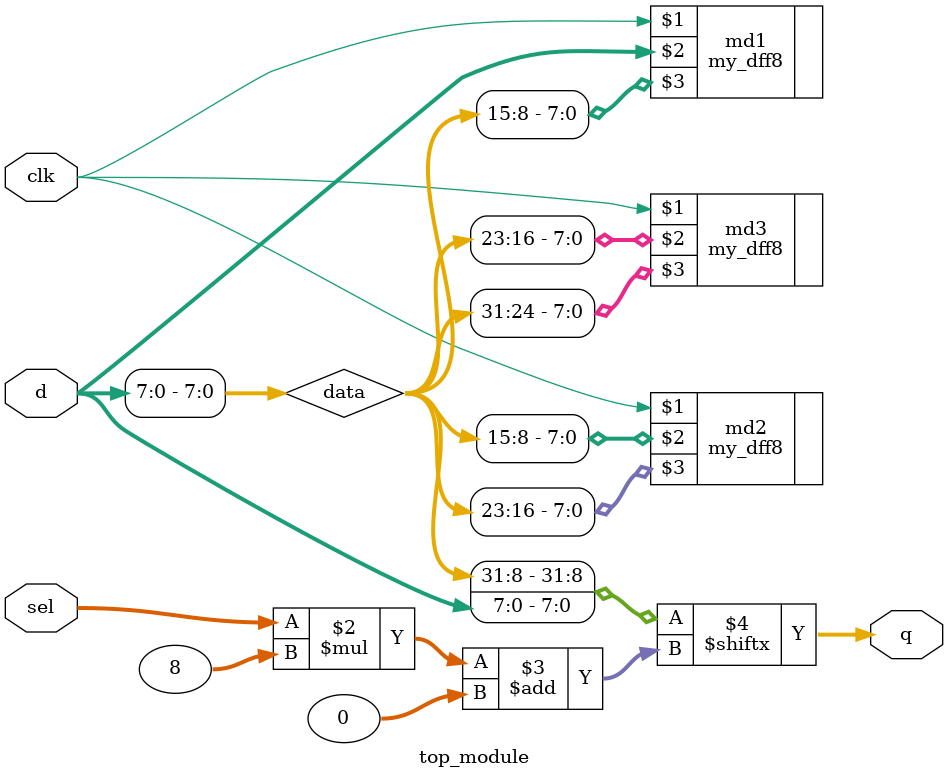
<source format=v>
`define CH1

`ifdef CH1
module top_module ( input clk,
                    input [ 7: 0 ] d,
                    input [ 1: 0 ] sel,
                    output reg [ 7: 0 ] q );

wire [ 31: 0 ] data;
assign data[ 7: 0 ] = d[ 7: 0 ];

my_dff8 md1( clk, d[ 7: 0 ], data[ 15: 8 ] );
my_dff8 md2( clk, data[ 15: 8 ], data[ 23: 16 ] );
my_dff8 md3( clk, data[ 23: 16 ], data[ 31: 24 ] );


always @( * ) begin
    q[ 7: 0 ] = data[ ( sel * 8 ) +: 8 ];
end


endmodule

    `elsif CH2

    module top_module (
        input clk,
        input [ 7: 0 ] d,
        input [ 1: 0 ] sel,
        output reg [ 7: 0 ] q
    );

wire [ 7: 0 ] o1, o2, o3;		// output of each my_dff8

// Instantiate three my_dff8s
my_dff8 d1 ( clk, d, o1 );
my_dff8 d2 ( clk, o1, o2 );
my_dff8 d3 ( clk, o2, o3 );

// This is one way to make a 4-to-1 multiplexer
always @( * )        		// Combinational always block
case ( sel )
    2'h0:
        q = d;
    2'h1:
        q = o1;
    2'h2:
        q = o2;
    2'h3:
        q = o3;
endcase

endmodule
`endif


</source>
